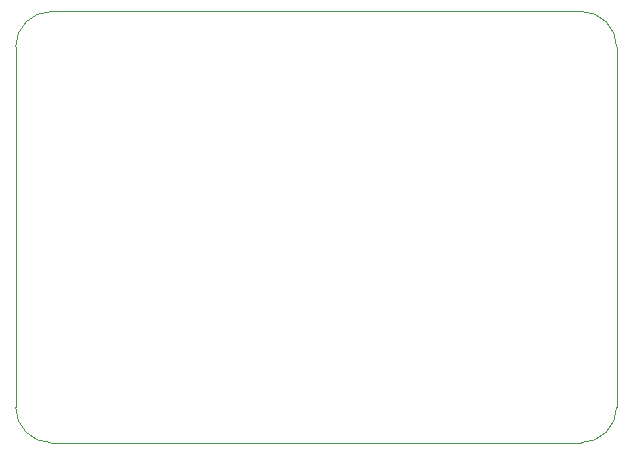
<source format=gbr>
%TF.GenerationSoftware,KiCad,Pcbnew,7.0.6*%
%TF.CreationDate,2024-03-10T00:39:51+00:00*%
%TF.ProjectId,RobotArmMK1.2,526f626f-7441-4726-9d4d-4b312e322e6b,rev?*%
%TF.SameCoordinates,Original*%
%TF.FileFunction,Profile,NP*%
%FSLAX46Y46*%
G04 Gerber Fmt 4.6, Leading zero omitted, Abs format (unit mm)*
G04 Created by KiCad (PCBNEW 7.0.6) date 2024-03-10 00:39:51*
%MOMM*%
%LPD*%
G01*
G04 APERTURE LIST*
%TA.AperFunction,Profile*%
%ADD10C,0.100000*%
%TD*%
G04 APERTURE END LIST*
D10*
X127621320Y-82500000D02*
X172500000Y-82500000D01*
X127621320Y-82500020D02*
G75*
G03*
X124621320Y-85500000I-20J-2999980D01*
G01*
X172500000Y-119000000D02*
X127621320Y-119000000D01*
X124621300Y-116000000D02*
G75*
G03*
X127621320Y-119000000I3000000J0D01*
G01*
X175500000Y-85500000D02*
X175500000Y-116000000D01*
X175500000Y-85500000D02*
G75*
G03*
X172500000Y-82500000I-3000000J0D01*
G01*
X172500000Y-119000000D02*
G75*
G03*
X175500000Y-116000000I0J3000000D01*
G01*
X124621320Y-85500000D02*
X124621320Y-116000000D01*
M02*

</source>
